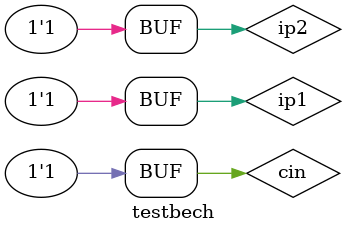
<source format=v>
`include "fadder.v"
module testbech;
	reg ip1,ip2,cin;
	wire cout,sum;
	fullAdder f1(sum,cout,ip1,ip2,cin);
	initial
	begin
		$monitor("sum=%b, cout=%b, ip1=%b, ip2=%b, cin=%b",sum,cout,ip1,ip2,cin);
		#0 ip1=1'b0;ip2=1'b0;cin=1'b0;
		#5 ip1=1'b0;ip2=1'b0;cin=1'b1;
		#5 ip1=1'b0;ip2=1'b1;cin=1'b0;
		#5 ip1=1'b0;ip2=1'b1;cin=1'b1;
		#5 ip1=1'b1;ip2=1'b0;cin=1'b0;
		#5 ip1=1'b1;ip2=1'b0;cin=1'b1;
		#5 ip1=1'b1;ip2=1'b1;cin=1'b0;
		#5 ip1=1'b1;ip2=1'b1;cin=1'b1;
	end
endmodule
</source>
